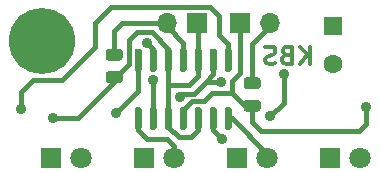
<source format=gbr>
%TF.GenerationSoftware,KiCad,Pcbnew,5.1.10-1.fc32*%
%TF.CreationDate,2021-08-01T16:38:55+02:00*%
%TF.ProjectId,lm324_therm_bar,6c6d3332-345f-4746-9865-726d5f626172,rev?*%
%TF.SameCoordinates,Original*%
%TF.FileFunction,Copper,L2,Bot*%
%TF.FilePolarity,Positive*%
%FSLAX46Y46*%
G04 Gerber Fmt 4.6, Leading zero omitted, Abs format (unit mm)*
G04 Created by KiCad (PCBNEW 5.1.10-1.fc32) date 2021-08-01 16:38:55*
%MOMM*%
%LPD*%
G01*
G04 APERTURE LIST*
%TA.AperFunction,NonConductor*%
%ADD10C,0.300000*%
%TD*%
%TA.AperFunction,ComponentPad*%
%ADD11C,5.600000*%
%TD*%
%TA.AperFunction,ComponentPad*%
%ADD12C,1.800000*%
%TD*%
%TA.AperFunction,ComponentPad*%
%ADD13R,1.800000X1.800000*%
%TD*%
%TA.AperFunction,ComponentPad*%
%ADD14R,1.700000X1.700000*%
%TD*%
%TA.AperFunction,ComponentPad*%
%ADD15O,1.700000X1.700000*%
%TD*%
%TA.AperFunction,ComponentPad*%
%ADD16R,1.600000X1.600000*%
%TD*%
%TA.AperFunction,ComponentPad*%
%ADD17C,1.600000*%
%TD*%
%TA.AperFunction,ViaPad*%
%ADD18C,0.900000*%
%TD*%
%TA.AperFunction,Conductor*%
%ADD19C,0.406400*%
%TD*%
G04 APERTURE END LIST*
D10*
X81613142Y-46144571D02*
X81613142Y-44644571D01*
X80756000Y-46144571D02*
X81398857Y-45287428D01*
X80756000Y-44644571D02*
X81613142Y-45501714D01*
X79613142Y-45358857D02*
X79398857Y-45430285D01*
X79327428Y-45501714D01*
X79256000Y-45644571D01*
X79256000Y-45858857D01*
X79327428Y-46001714D01*
X79398857Y-46073142D01*
X79541714Y-46144571D01*
X80113142Y-46144571D01*
X80113142Y-44644571D01*
X79613142Y-44644571D01*
X79470285Y-44716000D01*
X79398857Y-44787428D01*
X79327428Y-44930285D01*
X79327428Y-45073142D01*
X79398857Y-45216000D01*
X79470285Y-45287428D01*
X79613142Y-45358857D01*
X80113142Y-45358857D01*
X78684571Y-46073142D02*
X78470285Y-46144571D01*
X78113142Y-46144571D01*
X77970285Y-46073142D01*
X77898857Y-46001714D01*
X77827428Y-45858857D01*
X77827428Y-45716000D01*
X77898857Y-45573142D01*
X77970285Y-45501714D01*
X78113142Y-45430285D01*
X78398857Y-45358857D01*
X78541714Y-45287428D01*
X78613142Y-45216000D01*
X78684571Y-45073142D01*
X78684571Y-44930285D01*
X78613142Y-44787428D01*
X78541714Y-44716000D01*
X78398857Y-44644571D01*
X78041714Y-44644571D01*
X77827428Y-44716000D01*
D11*
X58928000Y-44196000D03*
%TA.AperFunction,SMDPad,CuDef*%
G36*
G01*
X77183000Y-48252000D02*
X76233000Y-48252000D01*
G75*
G02*
X75983000Y-48002000I0J250000D01*
G01*
X75983000Y-47502000D01*
G75*
G02*
X76233000Y-47252000I250000J0D01*
G01*
X77183000Y-47252000D01*
G75*
G02*
X77433000Y-47502000I0J-250000D01*
G01*
X77433000Y-48002000D01*
G75*
G02*
X77183000Y-48252000I-250000J0D01*
G01*
G37*
%TD.AperFunction*%
%TA.AperFunction,SMDPad,CuDef*%
G36*
G01*
X77183000Y-50152000D02*
X76233000Y-50152000D01*
G75*
G02*
X75983000Y-49902000I0J250000D01*
G01*
X75983000Y-49402000D01*
G75*
G02*
X76233000Y-49152000I250000J0D01*
G01*
X77183000Y-49152000D01*
G75*
G02*
X77433000Y-49402000I0J-250000D01*
G01*
X77433000Y-49902000D01*
G75*
G02*
X77183000Y-50152000I-250000J0D01*
G01*
G37*
%TD.AperFunction*%
%TA.AperFunction,SMDPad,CuDef*%
G36*
G01*
X64549000Y-44844000D02*
X65499000Y-44844000D01*
G75*
G02*
X65749000Y-45094000I0J-250000D01*
G01*
X65749000Y-45594000D01*
G75*
G02*
X65499000Y-45844000I-250000J0D01*
G01*
X64549000Y-45844000D01*
G75*
G02*
X64299000Y-45594000I0J250000D01*
G01*
X64299000Y-45094000D01*
G75*
G02*
X64549000Y-44844000I250000J0D01*
G01*
G37*
%TD.AperFunction*%
%TA.AperFunction,SMDPad,CuDef*%
G36*
G01*
X64549000Y-46744000D02*
X65499000Y-46744000D01*
G75*
G02*
X65749000Y-46994000I0J-250000D01*
G01*
X65749000Y-47494000D01*
G75*
G02*
X65499000Y-47744000I-250000J0D01*
G01*
X64549000Y-47744000D01*
G75*
G02*
X64299000Y-47494000I0J250000D01*
G01*
X64299000Y-46994000D01*
G75*
G02*
X64549000Y-46744000I250000J0D01*
G01*
G37*
%TD.AperFunction*%
D12*
X62230000Y-54102000D03*
D13*
X59690000Y-54102000D03*
X67564000Y-54102000D03*
D12*
X70104000Y-54102000D03*
D13*
X75438000Y-54102000D03*
D12*
X77978000Y-54102000D03*
X85852000Y-54102000D03*
D13*
X83312000Y-54102000D03*
D14*
X72009000Y-42672000D03*
D15*
X69469000Y-42672000D03*
%TA.AperFunction,SMDPad,CuDef*%
G36*
G01*
X74826000Y-51710000D02*
X74526000Y-51710000D01*
G75*
G02*
X74376000Y-51560000I0J150000D01*
G01*
X74376000Y-49910000D01*
G75*
G02*
X74526000Y-49760000I150000J0D01*
G01*
X74826000Y-49760000D01*
G75*
G02*
X74976000Y-49910000I0J-150000D01*
G01*
X74976000Y-51560000D01*
G75*
G02*
X74826000Y-51710000I-150000J0D01*
G01*
G37*
%TD.AperFunction*%
%TA.AperFunction,SMDPad,CuDef*%
G36*
G01*
X73556000Y-51710000D02*
X73256000Y-51710000D01*
G75*
G02*
X73106000Y-51560000I0J150000D01*
G01*
X73106000Y-49910000D01*
G75*
G02*
X73256000Y-49760000I150000J0D01*
G01*
X73556000Y-49760000D01*
G75*
G02*
X73706000Y-49910000I0J-150000D01*
G01*
X73706000Y-51560000D01*
G75*
G02*
X73556000Y-51710000I-150000J0D01*
G01*
G37*
%TD.AperFunction*%
%TA.AperFunction,SMDPad,CuDef*%
G36*
G01*
X72286000Y-51710000D02*
X71986000Y-51710000D01*
G75*
G02*
X71836000Y-51560000I0J150000D01*
G01*
X71836000Y-49910000D01*
G75*
G02*
X71986000Y-49760000I150000J0D01*
G01*
X72286000Y-49760000D01*
G75*
G02*
X72436000Y-49910000I0J-150000D01*
G01*
X72436000Y-51560000D01*
G75*
G02*
X72286000Y-51710000I-150000J0D01*
G01*
G37*
%TD.AperFunction*%
%TA.AperFunction,SMDPad,CuDef*%
G36*
G01*
X71016000Y-51710000D02*
X70716000Y-51710000D01*
G75*
G02*
X70566000Y-51560000I0J150000D01*
G01*
X70566000Y-49910000D01*
G75*
G02*
X70716000Y-49760000I150000J0D01*
G01*
X71016000Y-49760000D01*
G75*
G02*
X71166000Y-49910000I0J-150000D01*
G01*
X71166000Y-51560000D01*
G75*
G02*
X71016000Y-51710000I-150000J0D01*
G01*
G37*
%TD.AperFunction*%
%TA.AperFunction,SMDPad,CuDef*%
G36*
G01*
X69746000Y-51710000D02*
X69446000Y-51710000D01*
G75*
G02*
X69296000Y-51560000I0J150000D01*
G01*
X69296000Y-49910000D01*
G75*
G02*
X69446000Y-49760000I150000J0D01*
G01*
X69746000Y-49760000D01*
G75*
G02*
X69896000Y-49910000I0J-150000D01*
G01*
X69896000Y-51560000D01*
G75*
G02*
X69746000Y-51710000I-150000J0D01*
G01*
G37*
%TD.AperFunction*%
%TA.AperFunction,SMDPad,CuDef*%
G36*
G01*
X68476000Y-51710000D02*
X68176000Y-51710000D01*
G75*
G02*
X68026000Y-51560000I0J150000D01*
G01*
X68026000Y-49910000D01*
G75*
G02*
X68176000Y-49760000I150000J0D01*
G01*
X68476000Y-49760000D01*
G75*
G02*
X68626000Y-49910000I0J-150000D01*
G01*
X68626000Y-51560000D01*
G75*
G02*
X68476000Y-51710000I-150000J0D01*
G01*
G37*
%TD.AperFunction*%
%TA.AperFunction,SMDPad,CuDef*%
G36*
G01*
X67206000Y-51710000D02*
X66906000Y-51710000D01*
G75*
G02*
X66756000Y-51560000I0J150000D01*
G01*
X66756000Y-49910000D01*
G75*
G02*
X66906000Y-49760000I150000J0D01*
G01*
X67206000Y-49760000D01*
G75*
G02*
X67356000Y-49910000I0J-150000D01*
G01*
X67356000Y-51560000D01*
G75*
G02*
X67206000Y-51710000I-150000J0D01*
G01*
G37*
%TD.AperFunction*%
%TA.AperFunction,SMDPad,CuDef*%
G36*
G01*
X67206000Y-46760000D02*
X66906000Y-46760000D01*
G75*
G02*
X66756000Y-46610000I0J150000D01*
G01*
X66756000Y-44960000D01*
G75*
G02*
X66906000Y-44810000I150000J0D01*
G01*
X67206000Y-44810000D01*
G75*
G02*
X67356000Y-44960000I0J-150000D01*
G01*
X67356000Y-46610000D01*
G75*
G02*
X67206000Y-46760000I-150000J0D01*
G01*
G37*
%TD.AperFunction*%
%TA.AperFunction,SMDPad,CuDef*%
G36*
G01*
X68476000Y-46760000D02*
X68176000Y-46760000D01*
G75*
G02*
X68026000Y-46610000I0J150000D01*
G01*
X68026000Y-44960000D01*
G75*
G02*
X68176000Y-44810000I150000J0D01*
G01*
X68476000Y-44810000D01*
G75*
G02*
X68626000Y-44960000I0J-150000D01*
G01*
X68626000Y-46610000D01*
G75*
G02*
X68476000Y-46760000I-150000J0D01*
G01*
G37*
%TD.AperFunction*%
%TA.AperFunction,SMDPad,CuDef*%
G36*
G01*
X69746000Y-46760000D02*
X69446000Y-46760000D01*
G75*
G02*
X69296000Y-46610000I0J150000D01*
G01*
X69296000Y-44960000D01*
G75*
G02*
X69446000Y-44810000I150000J0D01*
G01*
X69746000Y-44810000D01*
G75*
G02*
X69896000Y-44960000I0J-150000D01*
G01*
X69896000Y-46610000D01*
G75*
G02*
X69746000Y-46760000I-150000J0D01*
G01*
G37*
%TD.AperFunction*%
%TA.AperFunction,SMDPad,CuDef*%
G36*
G01*
X71016000Y-46760000D02*
X70716000Y-46760000D01*
G75*
G02*
X70566000Y-46610000I0J150000D01*
G01*
X70566000Y-44960000D01*
G75*
G02*
X70716000Y-44810000I150000J0D01*
G01*
X71016000Y-44810000D01*
G75*
G02*
X71166000Y-44960000I0J-150000D01*
G01*
X71166000Y-46610000D01*
G75*
G02*
X71016000Y-46760000I-150000J0D01*
G01*
G37*
%TD.AperFunction*%
%TA.AperFunction,SMDPad,CuDef*%
G36*
G01*
X72286000Y-46760000D02*
X71986000Y-46760000D01*
G75*
G02*
X71836000Y-46610000I0J150000D01*
G01*
X71836000Y-44960000D01*
G75*
G02*
X71986000Y-44810000I150000J0D01*
G01*
X72286000Y-44810000D01*
G75*
G02*
X72436000Y-44960000I0J-150000D01*
G01*
X72436000Y-46610000D01*
G75*
G02*
X72286000Y-46760000I-150000J0D01*
G01*
G37*
%TD.AperFunction*%
%TA.AperFunction,SMDPad,CuDef*%
G36*
G01*
X73556000Y-46760000D02*
X73256000Y-46760000D01*
G75*
G02*
X73106000Y-46610000I0J150000D01*
G01*
X73106000Y-44960000D01*
G75*
G02*
X73256000Y-44810000I150000J0D01*
G01*
X73556000Y-44810000D01*
G75*
G02*
X73706000Y-44960000I0J-150000D01*
G01*
X73706000Y-46610000D01*
G75*
G02*
X73556000Y-46760000I-150000J0D01*
G01*
G37*
%TD.AperFunction*%
%TA.AperFunction,SMDPad,CuDef*%
G36*
G01*
X74826000Y-46760000D02*
X74526000Y-46760000D01*
G75*
G02*
X74376000Y-46610000I0J150000D01*
G01*
X74376000Y-44960000D01*
G75*
G02*
X74526000Y-44810000I150000J0D01*
G01*
X74826000Y-44810000D01*
G75*
G02*
X74976000Y-44960000I0J-150000D01*
G01*
X74976000Y-46610000D01*
G75*
G02*
X74826000Y-46760000I-150000J0D01*
G01*
G37*
%TD.AperFunction*%
D16*
X83566000Y-42926000D03*
D17*
X83566000Y-46126000D03*
D14*
X75692000Y-42672000D03*
D15*
X78232000Y-42672000D03*
D18*
X86360000Y-49784000D03*
X59817000Y-50673000D03*
X65151000Y-50292000D03*
X70612000Y-48895000D03*
X74041000Y-47625000D03*
X67818000Y-44323000D03*
X68326000Y-47472600D03*
X74168000Y-52451000D03*
X78232000Y-50546000D03*
X79375000Y-46990000D03*
X57150000Y-49911000D03*
D19*
X70866000Y-45785000D02*
X70866000Y-44323000D01*
X69469000Y-42926000D02*
X69469000Y-42672000D01*
X70866000Y-44323000D02*
X69469000Y-42926000D01*
X76708000Y-47752000D02*
X76708000Y-44450000D01*
X78232000Y-42926000D02*
X78232000Y-42672000D01*
X76708000Y-44450000D02*
X78232000Y-42926000D01*
X69469000Y-42672000D02*
X65659000Y-42672000D01*
X65024000Y-43307000D02*
X65024000Y-45344000D01*
X65659000Y-42672000D02*
X65024000Y-43307000D01*
X75692000Y-42672000D02*
X75692000Y-46863000D01*
X70866000Y-50735000D02*
X70866000Y-50038000D01*
X70866000Y-50038000D02*
X71628000Y-49276000D01*
X71628000Y-49276000D02*
X72644000Y-49276000D01*
X75692000Y-46863000D02*
X74993500Y-47561500D01*
X76708000Y-49652000D02*
X76068000Y-49652000D01*
X74993500Y-48577500D02*
X74993500Y-47561500D01*
X76068000Y-49652000D02*
X74993500Y-48577500D01*
X73342500Y-48577500D02*
X73152000Y-48768000D01*
X74993500Y-48577500D02*
X73342500Y-48577500D01*
X72644000Y-49276000D02*
X73152000Y-48768000D01*
X76708000Y-49652000D02*
X76708000Y-51054000D01*
X76708000Y-51054000D02*
X77470000Y-51816000D01*
X77470000Y-51816000D02*
X85725000Y-51816000D01*
X86360000Y-51181000D02*
X86360000Y-49784000D01*
X85725000Y-51816000D02*
X86360000Y-51181000D01*
X69596000Y-50735000D02*
X69596000Y-51435000D01*
X69596000Y-51435000D02*
X70485000Y-52324000D01*
X70485000Y-52324000D02*
X71501000Y-52324000D01*
X72136000Y-51689000D02*
X72136000Y-50735000D01*
X71501000Y-52324000D02*
X72136000Y-51689000D01*
X72136000Y-42799000D02*
X72009000Y-42672000D01*
X72136000Y-45785000D02*
X72136000Y-42799000D01*
X72136000Y-45785000D02*
X72136000Y-47117000D01*
X71374000Y-47879000D02*
X69596000Y-47879000D01*
X72136000Y-47117000D02*
X71374000Y-47879000D01*
X69596000Y-47879000D02*
X69596000Y-45785000D01*
X69596000Y-50735000D02*
X69596000Y-47879000D01*
X69596000Y-44831000D02*
X69596000Y-45785000D01*
X66929000Y-43434000D02*
X68199000Y-43434000D01*
X66294000Y-44069000D02*
X66929000Y-43434000D01*
X66294000Y-46101000D02*
X66294000Y-44069000D01*
X65151000Y-47244000D02*
X66294000Y-46101000D01*
X68199000Y-43434000D02*
X69596000Y-44831000D01*
X65024000Y-47244000D02*
X65151000Y-47244000D01*
X65024000Y-47244000D02*
X65024000Y-47625000D01*
X61976000Y-50673000D02*
X59817000Y-50673000D01*
X65024000Y-47625000D02*
X61976000Y-50673000D01*
X67056000Y-48387000D02*
X67056000Y-45785000D01*
X65151000Y-50292000D02*
X67056000Y-48387000D01*
X67056000Y-50735000D02*
X67056000Y-51689000D01*
X67056000Y-51689000D02*
X67818000Y-52451000D01*
X67818000Y-52451000D02*
X69469000Y-52451000D01*
X70104000Y-53086000D02*
X70104000Y-54102000D01*
X69469000Y-52451000D02*
X70104000Y-53086000D01*
X77978000Y-54102000D02*
X77978000Y-53721000D01*
X74992000Y-50735000D02*
X74676000Y-50735000D01*
X77978000Y-53721000D02*
X74992000Y-50735000D01*
X70612000Y-48895000D02*
X70866000Y-48641000D01*
X70866000Y-48641000D02*
X71755000Y-48641000D01*
X73406000Y-46990000D02*
X73406000Y-45785000D01*
X74041000Y-47625000D02*
X72771000Y-47625000D01*
X72771000Y-47625000D02*
X73406000Y-46990000D01*
X71755000Y-48641000D02*
X72771000Y-47625000D01*
X68326000Y-44831000D02*
X67818000Y-44323000D01*
X68326000Y-45785000D02*
X68326000Y-44831000D01*
X68326000Y-47396400D02*
X68326000Y-50735000D01*
X68449000Y-47273400D02*
X68326000Y-47396400D01*
X73406000Y-51689000D02*
X74168000Y-52451000D01*
X73406000Y-50735000D02*
X73406000Y-51689000D01*
X79375000Y-49403000D02*
X79375000Y-46990000D01*
X78232000Y-50546000D02*
X79375000Y-49403000D01*
X64770000Y-41275000D02*
X63373000Y-42672000D01*
X73152000Y-41275000D02*
X64770000Y-41275000D01*
X73914000Y-42037000D02*
X73152000Y-41275000D01*
X73914000Y-43688000D02*
X73914000Y-42037000D01*
X74676000Y-44450000D02*
X73914000Y-43688000D01*
X63373000Y-42672000D02*
X63373000Y-44704000D01*
X74676000Y-45785000D02*
X74676000Y-44450000D01*
X63373000Y-44704000D02*
X60579000Y-47498000D01*
X60579000Y-47498000D02*
X58166000Y-47498000D01*
X57150000Y-48514000D02*
X57150000Y-49911000D01*
X58166000Y-47498000D02*
X57150000Y-48514000D01*
M02*

</source>
